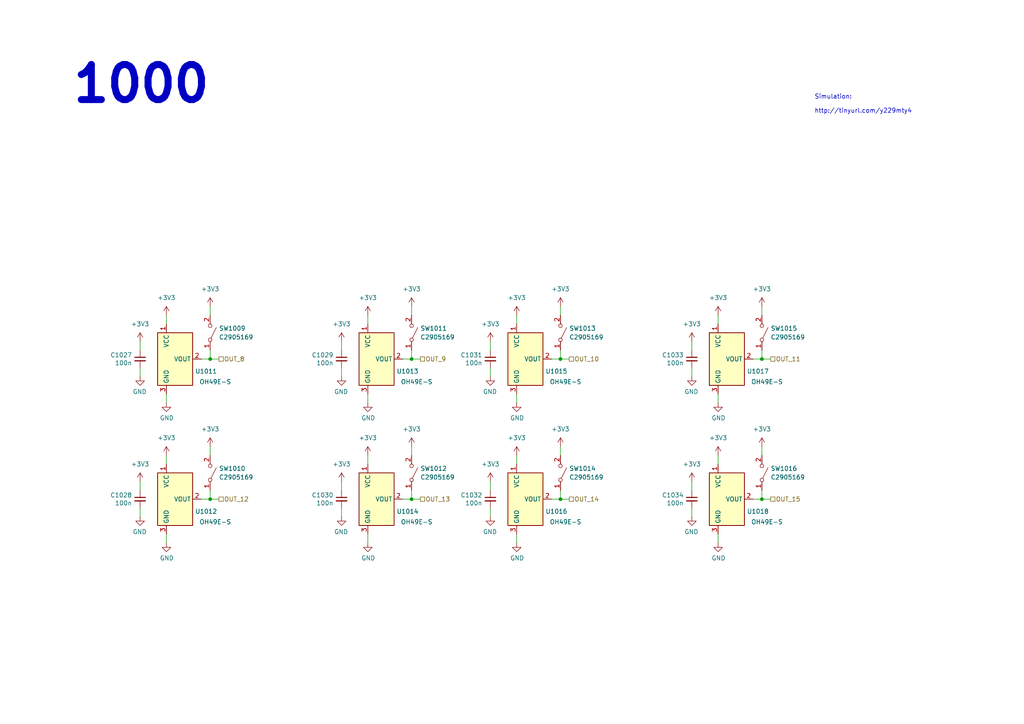
<source format=kicad_sch>
(kicad_sch (version 20250114) (generator "eeschema") (generator_version "9.0")
  (paper "A4")
  (lib_symbols
    (symbol "Sensor_Magnetic:A1301KLHLT-T"
      (property "Reference" "U" (at 0 11.43 0))
      (property "Value" "A1301KLHLT-T" (at 0 8.89 0))
      (symbol "A1301KLHLT-T_0_1"
        (rectangle (start -5.08 7.62) (end 5.08 -7.62) (stroke (width 0.254)) (fill (type background)))
      )
      (symbol "A1301KLHLT-T_1_1"
        (pin power_in line (at -2.54 10.16 270) (length 2.54) (name "VCC") (number "1"))
        (pin power_in line (at -2.54 -10.16 90) (length 2.54) (name "GND") (number "3"))
        (pin output line (at 7.62 0 180) (length 2.54) (name "VOUT") (number "2"))
      )
    )
    (symbol "Switch:SW_SPST" (pin_names (offset 0) (hide yes))
      (property "Reference" "SW" (at 0 3.175 0))
      (property "Value" "SW_SPST" (at 0 -2.54 0))
      (symbol "SW_SPST_0_0"
        (circle (center -2.032 0) (radius 0.508))
        (polyline (pts (xy -1.524 0.254) (xy 1.524 1.778)))
        (circle (center 2.032 0) (radius 0.508))
      )
      (symbol "SW_SPST_1_1"
        (pin passive line (at -5.08 0 0) (length 2.54) (name "A") (number "1"))
        (pin passive line (at 5.08 0 180) (length 2.54) (name "B") (number "2"))
      )
    )
    (symbol "power:+3V3" (power) (pin_names (offset 0))
      (property "Value" "+3V3" (at 0 3.556 0))
      (symbol "+3V3_0_1"
        (polyline (pts (xy -0.762 1.27) (xy 0 2.54)))
        (polyline (pts (xy 0 2.54) (xy 0.762 1.27)))
        (polyline (pts (xy 0 0) (xy 0 2.54)))
      )
      (symbol "+3V3_1_1"
        (pin power_in line (at 0 0 90) (length 0) (hide yes) (name "+3V3") (number "1"))
      )
    )
    (symbol "power:GND" (power) (pin_names (offset 0))
      (property "Value" "GND" (at 0 -3.81 0))
      (symbol "GND_0_1"
        (polyline (pts (xy 0 0) (xy 0 -1.27) (xy 1.27 -1.27) (xy 0 -2.54) (xy -1.27 -1.27) (xy 0 -1.27)))
      )
      (symbol "GND_1_1"
        (pin power_in line (at 0 0 270) (length 0) (hide yes) (name "GND") (number "1"))
      )
    )
    (symbol "suku_basics:CAP" (pin_numbers (hide yes)) (pin_names (offset 0.254) (hide yes))
      (property "Reference" "C" (at 0.254 1.778 0))
      (symbol "CAP_0_1"
        (polyline (pts (xy -1.524 0.508) (xy 1.524 0.508)) (stroke (width 0.3048)))
        (polyline (pts (xy -1.524 -0.508) (xy 1.524 -0.508)) (stroke (width 0.3302)))
      )
      (symbol "CAP_1_1"
        (pin passive line (at 0 2.54 270) (length 2.032) (name "~") (number "1"))
        (pin passive line (at 0 -2.54 90) (length 2.032) (name "~") (number "2"))
      )
    )
  )
  (text "1000" (at 20.32 30.48 0) (effects (font (size 10.16 10.16) (thickness 2.032) (bold yes)) (justify left bottom)))
  (text "Simulation:\n\nhttp://tinyurl.com/y229mty4" (at 236.22 33.02 0) (effects (font (size 1.27 1.27)) (justify left bottom)))
  (junction (at 119.38 144.78))
  (junction (at 119.38 104.14))
  (junction (at 220.98 104.14))
  (junction (at 162.56 144.78))
  (junction (at 162.56 104.14))
  (junction (at 60.96 104.14))
  (junction (at 220.98 144.78))
  (junction (at 60.96 144.78))
  (wire (pts (xy 220.98 142.24) (xy 220.98 144.78)))
  (wire (pts (xy 162.56 88.9) (xy 162.56 91.44)))
  (wire (pts (xy 160.02 144.78) (xy 162.56 144.78)))
  (wire (pts (xy 200.66 149.86) (xy 200.66 147.32)))
  (wire (pts (xy 48.26 154.94) (xy 48.26 157.48)))
  (wire (pts (xy 208.28 132.08) (xy 208.28 134.62)))
  (wire (pts (xy 99.06 139.7) (xy 99.06 142.24)))
  (wire (pts (xy 119.38 88.9) (xy 119.38 91.44)))
  (wire (pts (xy 162.56 104.14) (xy 165.1 104.14)))
  (wire (pts (xy 208.28 114.3) (xy 208.28 116.84)))
  (wire (pts (xy 218.44 104.14) (xy 220.98 104.14)))
  (wire (pts (xy 60.96 144.78) (xy 63.5 144.78)))
  (wire (pts (xy 40.64 139.7) (xy 40.64 142.24)))
  (wire (pts (xy 149.86 154.94) (xy 149.86 157.48)))
  (wire (pts (xy 208.28 154.94) (xy 208.28 157.48)))
  (wire (pts (xy 149.86 132.08) (xy 149.86 134.62)))
  (wire (pts (xy 58.42 144.78) (xy 60.96 144.78)))
  (wire (pts (xy 149.86 91.44) (xy 149.86 93.98)))
  (wire (pts (xy 220.98 144.78) (xy 223.52 144.78)))
  (wire (pts (xy 48.26 114.3) (xy 48.26 116.84)))
  (wire (pts (xy 119.38 129.54) (xy 119.38 132.08)))
  (wire (pts (xy 60.96 88.9) (xy 60.96 91.44)))
  (wire (pts (xy 220.98 88.9) (xy 220.98 91.44)))
  (wire (pts (xy 40.64 149.86) (xy 40.64 147.32)))
  (wire (pts (xy 220.98 101.6) (xy 220.98 104.14)))
  (wire (pts (xy 60.96 101.6) (xy 60.96 104.14)))
  (wire (pts (xy 119.38 101.6) (xy 119.38 104.14)))
  (wire (pts (xy 116.84 104.14) (xy 119.38 104.14)))
  (wire (pts (xy 116.84 144.78) (xy 119.38 144.78)))
  (wire (pts (xy 200.66 109.22) (xy 200.66 106.68)))
  (wire (pts (xy 60.96 129.54) (xy 60.96 132.08)))
  (wire (pts (xy 142.24 99.06) (xy 142.24 101.6)))
  (wire (pts (xy 119.38 144.78) (xy 121.92 144.78)))
  (wire (pts (xy 200.66 99.06) (xy 200.66 101.6)))
  (wire (pts (xy 142.24 109.22) (xy 142.24 106.68)))
  (wire (pts (xy 119.38 142.24) (xy 119.38 144.78)))
  (wire (pts (xy 40.64 109.22) (xy 40.64 106.68)))
  (wire (pts (xy 160.02 104.14) (xy 162.56 104.14)))
  (wire (pts (xy 99.06 149.86) (xy 99.06 147.32)))
  (wire (pts (xy 58.42 104.14) (xy 60.96 104.14)))
  (wire (pts (xy 60.96 104.14) (xy 63.5 104.14)))
  (wire (pts (xy 200.66 139.7) (xy 200.66 142.24)))
  (wire (pts (xy 48.26 132.08) (xy 48.26 134.62)))
  (wire (pts (xy 162.56 142.24) (xy 162.56 144.78)))
  (wire (pts (xy 162.56 144.78) (xy 165.1 144.78)))
  (wire (pts (xy 40.64 99.06) (xy 40.64 101.6)))
  (wire (pts (xy 48.26 91.44) (xy 48.26 93.98)))
  (wire (pts (xy 60.96 142.24) (xy 60.96 144.78)))
  (wire (pts (xy 220.98 104.14) (xy 223.52 104.14)))
  (wire (pts (xy 106.68 132.08) (xy 106.68 134.62)))
  (wire (pts (xy 106.68 154.94) (xy 106.68 157.48)))
  (wire (pts (xy 218.44 144.78) (xy 220.98 144.78)))
  (wire (pts (xy 106.68 114.3) (xy 106.68 116.84)))
  (wire (pts (xy 99.06 99.06) (xy 99.06 101.6)))
  (wire (pts (xy 220.98 129.54) (xy 220.98 132.08)))
  (wire (pts (xy 162.56 101.6) (xy 162.56 104.14)))
  (wire (pts (xy 106.68 91.44) (xy 106.68 93.98)))
  (wire (pts (xy 162.56 129.54) (xy 162.56 132.08)))
  (wire (pts (xy 99.06 109.22) (xy 99.06 106.68)))
  (wire (pts (xy 208.28 91.44) (xy 208.28 93.98)))
  (wire (pts (xy 149.86 114.3) (xy 149.86 116.84)))
  (wire (pts (xy 119.38 104.14) (xy 121.92 104.14)))
  (wire (pts (xy 142.24 149.86) (xy 142.24 147.32)))
  (wire (pts (xy 142.24 139.7) (xy 142.24 142.24)))
  (hierarchical_label "OUT_13" (shape passive) (at 121.92 144.78 0))
  (hierarchical_label "OUT_12" (shape passive) (at 63.5 144.78 0))
  (hierarchical_label "OUT_11" (shape passive) (at 223.52 104.14 0))
  (hierarchical_label "OUT_10" (shape passive) (at 165.1 104.14 0))
  (hierarchical_label "OUT_9" (shape passive) (at 121.92 104.14 0))
  (hierarchical_label "OUT_8" (shape passive) (at 63.5 104.14 0))
  (hierarchical_label "OUT_14" (shape passive) (at 165.1 144.78 0))
  (hierarchical_label "OUT_15" (shape passive) (at 223.52 144.78 0))
  (symbol (lib_id "power:+3V3") (at 200.66 139.7 0) (unit 1)
    (property "Reference" "#PWR01057" (effects (hide yes)))
    (property "Value" "+3V3" (at 200.66 134.62 0))
    (instances (project "PCBA-BU16" (path "" (reference "#PWR01097") (unit 1)) (path "" (reference "#PWR01057") (unit 1))))
  )
  (symbol (lib_id "power:GND") (at 208.28 116.84 0) (unit 1)
    (property "Reference" "#PWR01060" (effects (hide yes)))
    (property "Value" "GND" (at 208.407 121.2342 0))
    (instances (project "PCBA-BU16" (path "" (reference "#PWR01100") (unit 1)) (path "" (reference "#PWR01060") (unit 1))))
  )
  (symbol (lib_id "Switch:SW_SPST") (at 119.38 137.16 270) (mirror x) (unit 1)
    (property "Reference" "SW1004" (at 121.92 135.8899 90) (effects (justify left)))
    (property "Value" "C2905169" (at 121.92 138.4299 90) (effects (justify left)))
    (property "Footprint" "suku_basics:gateron-low-profile" (effects (hide yes)))
    (instances (project "PCBA-BU16" (path "" (reference "SW1012") (unit 1)) (path "" (reference "SW1004") (unit 1))))
  )
  (symbol (lib_id "power:+3V3") (at 149.86 132.08 0) (unit 1)
    (property "Reference" "#PWR01051" (effects (hide yes)))
    (property "Value" "+3V3" (at 149.86 127 0))
    (instances (project "PCBA-BU16" (path "" (reference "#PWR01091") (unit 1)) (path "" (reference "#PWR01051") (unit 1))))
  )
  (symbol (lib_id "power:+3V3") (at 60.96 129.54 0) (unit 1)
    (property "Reference" "#PWR01034" (effects (hide yes)))
    (property "Value" "+3V3" (at 60.96 124.46 0))
    (instances (project "PCBA-BU16" (path "" (reference "#PWR01074") (unit 1)) (path "" (reference "#PWR01034") (unit 1))))
  )
  (symbol (lib_id "suku_basics:CAP") (at 142.24 144.78 0) (mirror y) (unit 1)
    (property "Reference" "C1024" (at 139.9032 143.6116 0) (effects (justify left)))
    (property "Value" "100n" (at 139.9032 145.923 0) (effects (justify left)))
    (property "Footprint" "suku_basics:CAP_0402" (effects (hide yes)))
    (instances (project "PCBA-BU16" (path "" (reference "C1032") (unit 1)) (path "" (reference "C1024") (unit 1))))
  )
  (symbol (lib_id "power:+3V3") (at 48.26 132.08 0) (unit 1)
    (property "Reference" "#PWR01031" (effects (hide yes)))
    (property "Value" "+3V3" (at 48.26 127 0))
    (instances (project "PCBA-BU16" (path "" (reference "#PWR01071") (unit 1)) (path "" (reference "#PWR01031") (unit 1))))
  )
  (symbol (lib_id "power:+3V3") (at 60.96 88.9 0) (unit 1)
    (property "Reference" "#PWR01033" (effects (hide yes)))
    (property "Value" "+3V3" (at 60.96 83.82 0))
    (instances (project "PCBA-BU16" (path "" (reference "#PWR01073") (unit 1)) (path "" (reference "#PWR01033") (unit 1))))
  )
  (symbol (lib_id "power:+3V3") (at 208.28 132.08 0) (unit 1)
    (property "Reference" "#PWR01061" (effects (hide yes)))
    (property "Value" "+3V3" (at 208.28 127 0))
    (instances (project "PCBA-BU16" (path "" (reference "#PWR01101") (unit 1)) (path "" (reference "#PWR01061") (unit 1))))
  )
  (symbol (lib_id "Sensor_Magnetic:A1301KLHLT-T") (at 210.82 104.14 0) (unit 1)
    (property "Reference" "U1009" (at 223.012 107.696 0) (effects (justify right)))
    (property "Value" "OH49E-S" (at 227.076 110.744 0) (effects (justify right)))
    (property "Footprint" "suku_basics:SOT-23W" (effects (hide yes)))
    (property "Datasheet" "http://www.allegromicro.com/~/media/Files/Datasheets/A1301-2-Datasheet.ashx" (effects (hide yes)))
    (property "Part" "C85573" (effects (hide yes)))
    (instances (project "PCBA-BU16" (path "" (reference "U1017") (unit 1)) (path "" (reference "U1009") (unit 1))))
  )
  (symbol (lib_id "power:GND") (at 99.06 149.86 0) (mirror y) (unit 1)
    (property "Reference" "#PWR01038" (effects (hide yes)))
    (property "Value" "GND" (at 98.933 154.2542 0))
    (instances (project "PCBA-BU16" (path "" (reference "#PWR01078") (unit 1)) (path "" (reference "#PWR01038") (unit 1))))
  )
  (symbol (lib_id "power:GND") (at 48.26 116.84 0) (unit 1)
    (property "Reference" "#PWR01030" (effects (hide yes)))
    (property "Value" "GND" (at 48.387 121.2342 0))
    (instances (project "PCBA-BU16" (path "" (reference "#PWR01070") (unit 1)) (path "" (reference "#PWR01030") (unit 1))))
  )
  (symbol (lib_id "power:GND") (at 200.66 109.22 0) (mirror y) (unit 1)
    (property "Reference" "#PWR01056" (effects (hide yes)))
    (property "Value" "GND" (at 200.533 113.6142 0))
    (instances (project "PCBA-BU16" (path "" (reference "#PWR01096") (unit 1)) (path "" (reference "#PWR01056") (unit 1))))
  )
  (symbol (lib_id "power:+3V3") (at 40.64 139.7 0) (unit 1)
    (property "Reference" "#PWR01027" (effects (hide yes)))
    (property "Value" "+3V3" (at 40.64 134.62 0))
    (instances (project "PCBA-BU16" (path "" (reference "#PWR01067") (unit 1)) (path "" (reference "#PWR01027") (unit 1))))
  )
  (symbol (lib_id "power:+3V3") (at 200.66 99.06 0) (unit 1)
    (property "Reference" "#PWR01055" (effects (hide yes)))
    (property "Value" "+3V3" (at 200.66 93.98 0))
    (instances (project "PCBA-BU16" (path "" (reference "#PWR01095") (unit 1)) (path "" (reference "#PWR01055") (unit 1))))
  )
  (symbol (lib_id "suku_basics:CAP") (at 200.66 104.14 0) (mirror y) (unit 1)
    (property "Reference" "C1025" (at 198.3232 102.9716 0) (effects (justify left)))
    (property "Value" "100n" (at 198.3232 105.283 0) (effects (justify left)))
    (property "Footprint" "suku_basics:CAP_0402" (effects (hide yes)))
    (instances (project "PCBA-BU16" (path "" (reference "C1033") (unit 1)) (path "" (reference "C1025") (unit 1))))
  )
  (symbol (lib_id "power:GND") (at 200.66 149.86 0) (mirror y) (unit 1)
    (property "Reference" "#PWR01058" (effects (hide yes)))
    (property "Value" "GND" (at 200.533 154.2542 0))
    (instances (project "PCBA-BU16" (path "" (reference "#PWR01098") (unit 1)) (path "" (reference "#PWR01058") (unit 1))))
  )
  (symbol (lib_id "Sensor_Magnetic:A1301KLHLT-T") (at 50.8 104.14 0) (unit 1)
    (property "Reference" "U1003" (at 62.992 107.696 0) (effects (justify right)))
    (property "Value" "OH49E-S" (at 67.056 110.744 0) (effects (justify right)))
    (property "Footprint" "suku_basics:SOT-23W" (effects (hide yes)))
    (property "Datasheet" "http://www.allegromicro.com/~/media/Files/Datasheets/A1301-2-Datasheet.ashx" (effects (hide yes)))
    (property "Part" "C85573" (effects (hide yes)))
    (instances (project "PCBA-BU16" (path "" (reference "U1011") (unit 1)) (path "" (reference "U1003") (unit 1))))
  )
  (symbol (lib_id "Switch:SW_SPST") (at 60.96 96.52 270) (mirror x) (unit 1)
    (property "Reference" "SW1001" (at 63.5 95.2499 90) (effects (justify left)))
    (property "Value" "C2905169" (at 63.5 97.7899 90) (effects (justify left)))
    (property "Footprint" "suku_basics:gateron-low-profile" (effects (hide yes)))
    (instances (project "PCBA-BU16" (path "" (reference "SW1009") (unit 1)) (path "" (reference "SW1001") (unit 1))))
  )
  (symbol (lib_id "Sensor_Magnetic:A1301KLHLT-T") (at 152.4 104.14 0) (unit 1)
    (property "Reference" "U1007" (at 164.592 107.696 0) (effects (justify right)))
    (property "Value" "OH49E-S" (at 168.656 110.744 0) (effects (justify right)))
    (property "Footprint" "suku_basics:SOT-23W" (effects (hide yes)))
    (property "Datasheet" "http://www.allegromicro.com/~/media/Files/Datasheets/A1301-2-Datasheet.ashx" (effects (hide yes)))
    (property "Part" "C85573" (effects (hide yes)))
    (instances (project "PCBA-BU16" (path "" (reference "U1015") (unit 1)) (path "" (reference "U1007") (unit 1))))
  )
  (symbol (lib_id "power:+3V3") (at 162.56 129.54 0) (unit 1)
    (property "Reference" "#PWR01054" (effects (hide yes)))
    (property "Value" "+3V3" (at 162.56 124.46 0))
    (instances (project "PCBA-BU16" (path "" (reference "#PWR01094") (unit 1)) (path "" (reference "#PWR01054") (unit 1))))
  )
  (symbol (lib_id "suku_basics:CAP") (at 99.06 104.14 0) (mirror y) (unit 1)
    (property "Reference" "C1021" (at 96.7232 102.9716 0) (effects (justify left)))
    (property "Value" "100n" (at 96.7232 105.283 0) (effects (justify left)))
    (property "Footprint" "suku_basics:CAP_0402" (effects (hide yes)))
    (instances (project "PCBA-BU16" (path "" (reference "C1029") (unit 1)) (path "" (reference "C1021") (unit 1))))
  )
  (symbol (lib_id "power:+3V3") (at 142.24 99.06 0) (unit 1)
    (property "Reference" "#PWR01045" (effects (hide yes)))
    (property "Value" "+3V3" (at 142.24 93.98 0))
    (instances (project "PCBA-BU16" (path "" (reference "#PWR01085") (unit 1)) (path "" (reference "#PWR01045") (unit 1))))
  )
  (symbol (lib_id "power:+3V3") (at 119.38 129.54 0) (unit 1)
    (property "Reference" "#PWR01044" (effects (hide yes)))
    (property "Value" "+3V3" (at 119.38 124.46 0))
    (instances (project "PCBA-BU16" (path "" (reference "#PWR01084") (unit 1)) (path "" (reference "#PWR01044") (unit 1))))
  )
  (symbol (lib_id "suku_basics:CAP") (at 40.64 104.14 0) (mirror y) (unit 1)
    (property "Reference" "C1019" (at 38.3032 102.9716 0) (effects (justify left)))
    (property "Value" "100n" (at 38.3032 105.283 0) (effects (justify left)))
    (property "Footprint" "suku_basics:CAP_0402" (effects (hide yes)))
    (instances (project "PCBA-BU16" (path "" (reference "C1027") (unit 1)) (path "" (reference "C1019") (unit 1))))
  )
  (symbol (lib_id "power:+3V3") (at 40.64 99.06 0) (unit 1)
    (property "Reference" "#PWR01025" (effects (hide yes)))
    (property "Value" "+3V3" (at 40.64 93.98 0))
    (instances (project "PCBA-BU16" (path "" (reference "#PWR01065") (unit 1)) (path "" (reference "#PWR01025") (unit 1))))
  )
  (symbol (lib_id "power:+3V3") (at 220.98 129.54 0) (unit 1)
    (property "Reference" "#PWR01064" (effects (hide yes)))
    (property "Value" "+3V3" (at 220.98 124.46 0))
    (instances (project "PCBA-BU16" (path "" (reference "#PWR01104") (unit 1)) (path "" (reference "#PWR01064") (unit 1))))
  )
  (symbol (lib_id "Sensor_Magnetic:A1301KLHLT-T") (at 109.22 144.78 0) (unit 1)
    (property "Reference" "U1006" (at 121.412 148.336 0) (effects (justify right)))
    (property "Value" "OH49E-S" (at 125.476 151.384 0) (effects (justify right)))
    (property "Footprint" "suku_basics:SOT-23W" (effects (hide yes)))
    (property "Datasheet" "http://www.allegromicro.com/~/media/Files/Datasheets/A1301-2-Datasheet.ashx" (effects (hide yes)))
    (property "Part" "C85573" (effects (hide yes)))
    (instances (project "PCBA-BU16" (path "" (reference "U1014") (unit 1)) (path "" (reference "U1006") (unit 1))))
  )
  (symbol (lib_id "power:+3V3") (at 149.86 91.44 0) (unit 1)
    (property "Reference" "#PWR01049" (effects (hide yes)))
    (property "Value" "+3V3" (at 149.86 86.36 0))
    (instances (project "PCBA-BU16" (path "" (reference "#PWR01089") (unit 1)) (path "" (reference "#PWR01049") (unit 1))))
  )
  (symbol (lib_id "suku_basics:CAP") (at 200.66 144.78 0) (mirror y) (unit 1)
    (property "Reference" "C1026" (at 198.3232 143.6116 0) (effects (justify left)))
    (property "Value" "100n" (at 198.3232 145.923 0) (effects (justify left)))
    (property "Footprint" "suku_basics:CAP_0402" (effects (hide yes)))
    (instances (project "PCBA-BU16" (path "" (reference "C1034") (unit 1)) (path "" (reference "C1026") (unit 1))))
  )
  (symbol (lib_id "power:GND") (at 208.28 157.48 0) (unit 1)
    (property "Reference" "#PWR01062" (effects (hide yes)))
    (property "Value" "GND" (at 208.407 161.8742 0))
    (instances (project "PCBA-BU16" (path "" (reference "#PWR01102") (unit 1)) (path "" (reference "#PWR01062") (unit 1))))
  )
  (symbol (lib_id "power:+3V3") (at 106.68 132.08 0) (unit 1)
    (property "Reference" "#PWR01041" (effects (hide yes)))
    (property "Value" "+3V3" (at 106.68 127 0))
    (instances (project "PCBA-BU16" (path "" (reference "#PWR01081") (unit 1)) (path "" (reference "#PWR01041") (unit 1))))
  )
  (symbol (lib_id "Sensor_Magnetic:A1301KLHLT-T") (at 50.8 144.78 0) (unit 1)
    (property "Reference" "U1004" (at 62.992 148.336 0) (effects (justify right)))
    (property "Value" "OH49E-S" (at 67.056 151.384 0) (effects (justify right)))
    (property "Footprint" "suku_basics:SOT-23W" (effects (hide yes)))
    (property "Datasheet" "http://www.allegromicro.com/~/media/Files/Datasheets/A1301-2-Datasheet.ashx" (effects (hide yes)))
    (property "Part" "C85573" (effects (hide yes)))
    (instances (project "PCBA-BU16" (path "" (reference "U1012") (unit 1)) (path "" (reference "U1004") (unit 1))))
  )
  (symbol (lib_id "Switch:SW_SPST") (at 162.56 137.16 270) (mirror x) (unit 1)
    (property "Reference" "SW1006" (at 165.1 135.8899 90) (effects (justify left)))
    (property "Value" "C2905169" (at 165.1 138.4299 90) (effects (justify left)))
    (property "Footprint" "suku_basics:gateron-low-profile" (effects (hide yes)))
    (instances (project "PCBA-BU16" (path "" (reference "SW1014") (unit 1)) (path "" (reference "SW1006") (unit 1))))
  )
  (symbol (lib_id "Switch:SW_SPST") (at 162.56 96.52 270) (mirror x) (unit 1)
    (property "Reference" "SW1005" (at 165.1 95.2499 90) (effects (justify left)))
    (property "Value" "C2905169" (at 165.1 97.7899 90) (effects (justify left)))
    (property "Footprint" "suku_basics:gateron-low-profile" (effects (hide yes)))
    (instances (project "PCBA-BU16" (path "" (reference "SW1013") (unit 1)) (path "" (reference "SW1005") (unit 1))))
  )
  (symbol (lib_id "power:+3V3") (at 48.26 91.44 0) (unit 1)
    (property "Reference" "#PWR01029" (effects (hide yes)))
    (property "Value" "+3V3" (at 48.26 86.36 0))
    (instances (project "PCBA-BU16" (path "" (reference "#PWR01069") (unit 1)) (path "" (reference "#PWR01029") (unit 1))))
  )
  (symbol (lib_id "power:+3V3") (at 142.24 139.7 0) (unit 1)
    (property "Reference" "#PWR01047" (effects (hide yes)))
    (property "Value" "+3V3" (at 142.24 134.62 0))
    (instances (project "PCBA-BU16" (path "" (reference "#PWR01087") (unit 1)) (path "" (reference "#PWR01047") (unit 1))))
  )
  (symbol (lib_id "Switch:SW_SPST") (at 119.38 96.52 270) (mirror x) (unit 1)
    (property "Reference" "SW1003" (at 121.92 95.2499 90) (effects (justify left)))
    (property "Value" "C2905169" (at 121.92 97.7899 90) (effects (justify left)))
    (property "Footprint" "suku_basics:gateron-low-profile" (effects (hide yes)))
    (instances (project "PCBA-BU16" (path "" (reference "SW1011") (unit 1)) (path "" (reference "SW1003") (unit 1))))
  )
  (symbol (lib_id "power:+3V3") (at 119.38 88.9 0) (unit 1)
    (property "Reference" "#PWR01043" (effects (hide yes)))
    (property "Value" "+3V3" (at 119.38 83.82 0))
    (instances (project "PCBA-BU16" (path "" (reference "#PWR01083") (unit 1)) (path "" (reference "#PWR01043") (unit 1))))
  )
  (symbol (lib_id "power:+3V3") (at 220.98 88.9 0) (unit 1)
    (property "Reference" "#PWR01063" (effects (hide yes)))
    (property "Value" "+3V3" (at 220.98 83.82 0))
    (instances (project "PCBA-BU16" (path "" (reference "#PWR01103") (unit 1)) (path "" (reference "#PWR01063") (unit 1))))
  )
  (symbol (lib_id "power:GND") (at 40.64 109.22 0) (mirror y) (unit 1)
    (property "Reference" "#PWR01026" (effects (hide yes)))
    (property "Value" "GND" (at 40.513 113.6142 0))
    (instances (project "PCBA-BU16" (path "" (reference "#PWR01066") (unit 1)) (path "" (reference "#PWR01026") (unit 1))))
  )
  (symbol (lib_id "Sensor_Magnetic:A1301KLHLT-T") (at 109.22 104.14 0) (unit 1)
    (property "Reference" "U1005" (at 121.412 107.696 0) (effects (justify right)))
    (property "Value" "OH49E-S" (at 125.476 110.744 0) (effects (justify right)))
    (property "Footprint" "suku_basics:SOT-23W" (effects (hide yes)))
    (property "Datasheet" "http://www.allegromicro.com/~/media/Files/Datasheets/A1301-2-Datasheet.ashx" (effects (hide yes)))
    (property "Part" "C85573" (effects (hide yes)))
    (instances (project "PCBA-BU16" (path "" (reference "U1013") (unit 1)) (path "" (reference "U1005") (unit 1))))
  )
  (symbol (lib_id "power:+3V3") (at 208.28 91.44 0) (unit 1)
    (property "Reference" "#PWR01059" (effects (hide yes)))
    (property "Value" "+3V3" (at 208.28 86.36 0))
    (instances (project "PCBA-BU16" (path "" (reference "#PWR01099") (unit 1)) (path "" (reference "#PWR01059") (unit 1))))
  )
  (symbol (lib_id "power:GND") (at 142.24 149.86 0) (mirror y) (unit 1)
    (property "Reference" "#PWR01048" (effects (hide yes)))
    (property "Value" "GND" (at 142.113 154.2542 0))
    (instances (project "PCBA-BU16" (path "" (reference "#PWR01088") (unit 1)) (path "" (reference "#PWR01048") (unit 1))))
  )
  (symbol (lib_id "power:GND") (at 99.06 109.22 0) (mirror y) (unit 1)
    (property "Reference" "#PWR01036" (effects (hide yes)))
    (property "Value" "GND" (at 98.933 113.6142 0))
    (instances (project "PCBA-BU16" (path "" (reference "#PWR01076") (unit 1)) (path "" (reference "#PWR01036") (unit 1))))
  )
  (symbol (lib_id "suku_basics:CAP") (at 142.24 104.14 0) (mirror y) (unit 1)
    (property "Reference" "C1023" (at 139.9032 102.9716 0) (effects (justify left)))
    (property "Value" "100n" (at 139.9032 105.283 0) (effects (justify left)))
    (property "Footprint" "suku_basics:CAP_0402" (effects (hide yes)))
    (instances (project "PCBA-BU16" (path "" (reference "C1031") (unit 1)) (path "" (reference "C1023") (unit 1))))
  )
  (symbol (lib_id "Switch:SW_SPST") (at 220.98 96.52 270) (mirror x) (unit 1)
    (property "Reference" "SW1007" (at 223.52 95.2499 90) (effects (justify left)))
    (property "Value" "C2905169" (at 223.52 97.7899 90) (effects (justify left)))
    (property "Footprint" "suku_basics:gateron-low-profile" (effects (hide yes)))
    (instances (project "PCBA-BU16" (path "" (reference "SW1015") (unit 1)) (path "" (reference "SW1007") (unit 1))))
  )
  (symbol (lib_id "suku_basics:CAP") (at 99.06 144.78 0) (mirror y) (unit 1)
    (property "Reference" "C1022" (at 96.7232 143.6116 0) (effects (justify left)))
    (property "Value" "100n" (at 96.7232 145.923 0) (effects (justify left)))
    (property "Footprint" "suku_basics:CAP_0402" (effects (hide yes)))
    (instances (project "PCBA-BU16" (path "" (reference "C1030") (unit 1)) (path "" (reference "C1022") (unit 1))))
  )
  (symbol (lib_id "Switch:SW_SPST") (at 60.96 137.16 270) (mirror x) (unit 1)
    (property "Reference" "SW1002" (at 63.5 135.8899 90) (effects (justify left)))
    (property "Value" "C2905169" (at 63.5 138.4299 90) (effects (justify left)))
    (property "Footprint" "suku_basics:gateron-low-profile" (effects (hide yes)))
    (instances (project "PCBA-BU16" (path "" (reference "SW1010") (unit 1)) (path "" (reference "SW1002") (unit 1))))
  )
  (symbol (lib_id "Sensor_Magnetic:A1301KLHLT-T") (at 210.82 144.78 0) (unit 1)
    (property "Reference" "U1010" (at 223.012 148.336 0) (effects (justify right)))
    (property "Value" "OH49E-S" (at 227.076 151.384 0) (effects (justify right)))
    (property "Footprint" "suku_basics:SOT-23W" (effects (hide yes)))
    (property "Datasheet" "http://www.allegromicro.com/~/media/Files/Datasheets/A1301-2-Datasheet.ashx" (effects (hide yes)))
    (property "Part" "C85573" (effects (hide yes)))
    (instances (project "PCBA-BU16" (path "" (reference "U1018") (unit 1)) (path "" (reference "U1010") (unit 1))))
  )
  (symbol (lib_id "power:+3V3") (at 99.06 99.06 0) (unit 1)
    (property "Reference" "#PWR01035" (effects (hide yes)))
    (property "Value" "+3V3" (at 99.06 93.98 0))
    (instances (project "PCBA-BU16" (path "" (reference "#PWR01075") (unit 1)) (path "" (reference "#PWR01035") (unit 1))))
  )
  (symbol (lib_id "suku_basics:CAP") (at 40.64 144.78 0) (mirror y) (unit 1)
    (property "Reference" "C1020" (at 38.3032 143.6116 0) (effects (justify left)))
    (property "Value" "100n" (at 38.3032 145.923 0) (effects (justify left)))
    (property "Footprint" "suku_basics:CAP_0402" (effects (hide yes)))
    (instances (project "PCBA-BU16" (path "" (reference "C1028") (unit 1)) (path "" (reference "C1020") (unit 1))))
  )
  (symbol (lib_id "power:GND") (at 106.68 116.84 0) (unit 1)
    (property "Reference" "#PWR01040" (effects (hide yes)))
    (property "Value" "GND" (at 106.807 121.2342 0))
    (instances (project "PCBA-BU16" (path "" (reference "#PWR01080") (unit 1)) (path "" (reference "#PWR01040") (unit 1))))
  )
  (symbol (lib_id "Sensor_Magnetic:A1301KLHLT-T") (at 152.4 144.78 0) (unit 1)
    (property "Reference" "U1008" (at 164.592 148.336 0) (effects (justify right)))
    (property "Value" "OH49E-S" (at 168.656 151.384 0) (effects (justify right)))
    (property "Footprint" "suku_basics:SOT-23W" (effects (hide yes)))
    (property "Datasheet" "http://www.allegromicro.com/~/media/Files/Datasheets/A1301-2-Datasheet.ashx" (effects (hide yes)))
    (property "Part" "C85573" (effects (hide yes)))
    (instances (project "PCBA-BU16" (path "" (reference "U1016") (unit 1)) (path "" (reference "U1008") (unit 1))))
  )
  (symbol (lib_id "power:GND") (at 106.68 157.48 0) (unit 1)
    (property "Reference" "#PWR01042" (effects (hide yes)))
    (property "Value" "GND" (at 106.807 161.8742 0))
    (instances (project "PCBA-BU16" (path "" (reference "#PWR01082") (unit 1)) (path "" (reference "#PWR01042") (unit 1))))
  )
  (symbol (lib_id "power:GND") (at 48.26 157.48 0) (unit 1)
    (property "Reference" "#PWR01032" (effects (hide yes)))
    (property "Value" "GND" (at 48.387 161.8742 0))
    (instances (project "PCBA-BU16" (path "" (reference "#PWR01072") (unit 1)) (path "" (reference "#PWR01032") (unit 1))))
  )
  (symbol (lib_id "power:+3V3") (at 106.68 91.44 0) (unit 1)
    (property "Reference" "#PWR01039" (effects (hide yes)))
    (property "Value" "+3V3" (at 106.68 86.36 0))
    (instances (project "PCBA-BU16" (path "" (reference "#PWR01079") (unit 1)) (path "" (reference "#PWR01039") (unit 1))))
  )
  (symbol (lib_id "power:+3V3") (at 99.06 139.7 0) (unit 1)
    (property "Reference" "#PWR01037" (effects (hide yes)))
    (property "Value" "+3V3" (at 99.06 134.62 0))
    (instances (project "PCBA-BU16" (path "" (reference "#PWR01077") (unit 1)) (path "" (reference "#PWR01037") (unit 1))))
  )
  (symbol (lib_id "power:GND") (at 142.24 109.22 0) (mirror y) (unit 1)
    (property "Reference" "#PWR01046" (effects (hide yes)))
    (property "Value" "GND" (at 142.113 113.6142 0))
    (instances (project "PCBA-BU16" (path "" (reference "#PWR01086") (unit 1)) (path "" (reference "#PWR01046") (unit 1))))
  )
  (symbol (lib_id "power:GND") (at 149.86 157.48 0) (unit 1)
    (property "Reference" "#PWR01052" (effects (hide yes)))
    (property "Value" "GND" (at 149.987 161.8742 0))
    (instances (project "PCBA-BU16" (path "" (reference "#PWR01092") (unit 1)) (path "" (reference "#PWR01052") (unit 1))))
  )
  (symbol (lib_id "power:+3V3") (at 162.56 88.9 0) (unit 1)
    (property "Reference" "#PWR01053" (effects (hide yes)))
    (property "Value" "+3V3" (at 162.56 83.82 0))
    (instances (project "PCBA-BU16" (path "" (reference "#PWR01093") (unit 1)) (path "" (reference "#PWR01053") (unit 1))))
  )
  (symbol (lib_id "power:GND") (at 149.86 116.84 0) (unit 1)
    (property "Reference" "#PWR01050" (effects (hide yes)))
    (property "Value" "GND" (at 149.987 121.2342 0))
    (instances (project "PCBA-BU16" (path "" (reference "#PWR01090") (unit 1)) (path "" (reference "#PWR01050") (unit 1))))
  )
  (symbol (lib_id "power:GND") (at 40.64 149.86 0) (mirror y) (unit 1)
    (property "Reference" "#PWR01028" (effects (hide yes)))
    (property "Value" "GND" (at 40.513 154.2542 0))
    (instances (project "PCBA-BU16" (path "" (reference "#PWR01068") (unit 1)) (path "" (reference "#PWR01028") (unit 1))))
  )
  (symbol (lib_id "Switch:SW_SPST") (at 220.98 137.16 270) (mirror x) (unit 1)
    (property "Reference" "SW1008" (at 223.52 135.8899 90) (effects (justify left)))
    (property "Value" "C2905169" (at 223.52 138.4299 90) (effects (justify left)))
    (property "Footprint" "suku_basics:gateron-low-profile" (effects (hide yes)))
    (instances (project "PCBA-BU16" (path "" (reference "SW1016") (unit 1)) (path "" (reference "SW1008") (unit 1))))
  )
)
</source>
